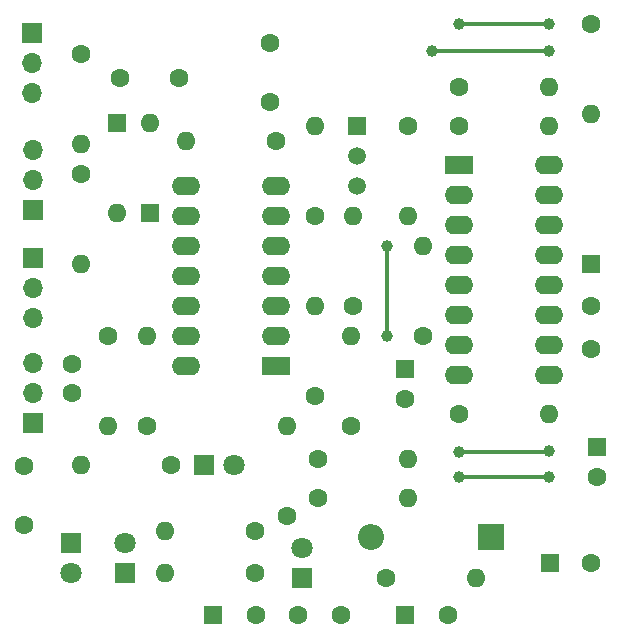
<source format=gbr>
%TF.GenerationSoftware,KiCad,Pcbnew,(6.0.0-0)*%
%TF.CreationDate,2022-01-23T15:20:26+01:00*%
%TF.ProjectId,engineers-thumb,656e6769-6e65-4657-9273-2d7468756d62,rev?*%
%TF.SameCoordinates,Original*%
%TF.FileFunction,Copper,L1,Top*%
%TF.FilePolarity,Positive*%
%FSLAX46Y46*%
G04 Gerber Fmt 4.6, Leading zero omitted, Abs format (unit mm)*
G04 Created by KiCad (PCBNEW (6.0.0-0)) date 2022-01-23 15:20:26*
%MOMM*%
%LPD*%
G01*
G04 APERTURE LIST*
G04 Aperture macros list*
%AMRoundRect*
0 Rectangle with rounded corners*
0 $1 Rounding radius*
0 $2 $3 $4 $5 $6 $7 $8 $9 X,Y pos of 4 corners*
0 Add a 4 corners polygon primitive as box body*
4,1,4,$2,$3,$4,$5,$6,$7,$8,$9,$2,$3,0*
0 Add four circle primitives for the rounded corners*
1,1,$1+$1,$2,$3*
1,1,$1+$1,$4,$5*
1,1,$1+$1,$6,$7*
1,1,$1+$1,$8,$9*
0 Add four rect primitives between the rounded corners*
20,1,$1+$1,$2,$3,$4,$5,0*
20,1,$1+$1,$4,$5,$6,$7,0*
20,1,$1+$1,$6,$7,$8,$9,0*
20,1,$1+$1,$8,$9,$2,$3,0*%
G04 Aperture macros list end*
%TA.AperFunction,ComponentPad*%
%ADD10R,1.600000X1.600000*%
%TD*%
%TA.AperFunction,ComponentPad*%
%ADD11C,1.600000*%
%TD*%
%TA.AperFunction,ComponentPad*%
%ADD12O,1.600000X1.600000*%
%TD*%
%TA.AperFunction,ComponentPad*%
%ADD13R,1.800000X1.800000*%
%TD*%
%TA.AperFunction,ComponentPad*%
%ADD14C,1.800000*%
%TD*%
%TA.AperFunction,ComponentPad*%
%ADD15R,1.700000X1.700000*%
%TD*%
%TA.AperFunction,ComponentPad*%
%ADD16O,1.700000X1.700000*%
%TD*%
%TA.AperFunction,ComponentPad*%
%ADD17RoundRect,0.250000X-0.550000X-0.550000X0.550000X-0.550000X0.550000X0.550000X-0.550000X0.550000X0*%
%TD*%
%TA.AperFunction,ComponentPad*%
%ADD18RoundRect,0.250000X-0.550000X0.550000X-0.550000X-0.550000X0.550000X-0.550000X0.550000X0.550000X0*%
%TD*%
%TA.AperFunction,ComponentPad*%
%ADD19C,1.500000*%
%TD*%
%TA.AperFunction,ComponentPad*%
%ADD20R,1.500000X1.500000*%
%TD*%
%TA.AperFunction,ComponentPad*%
%ADD21R,2.200000X2.200000*%
%TD*%
%TA.AperFunction,ComponentPad*%
%ADD22O,2.200000X2.200000*%
%TD*%
%TA.AperFunction,ComponentPad*%
%ADD23R,2.400000X1.600000*%
%TD*%
%TA.AperFunction,ComponentPad*%
%ADD24O,2.400000X1.600000*%
%TD*%
%TA.AperFunction,ViaPad*%
%ADD25C,1.000000*%
%TD*%
%TA.AperFunction,Conductor*%
%ADD26C,0.304800*%
%TD*%
G04 APERTURE END LIST*
D10*
%TO.P,C1,1*%
%TO.N,+9V*%
X246182000Y-104775000D03*
D11*
%TO.P,C1,2*%
%TO.N,GND*%
X249682000Y-104775000D03*
%TD*%
%TO.P,R20,1*%
%TO.N,Net-(D7-Pad2)*%
X223901000Y-100838000D03*
D12*
%TO.P,R20,2*%
%TO.N,+9V*%
X223901000Y-93218000D03*
%TD*%
D13*
%TO.P,D7,1,K*%
%TO.N,SWITCH*%
X225171000Y-106050000D03*
D14*
%TO.P,D7,2,A*%
%TO.N,Net-(D7-Pad2)*%
X225171000Y-103510000D03*
%TD*%
D15*
%TO.P,RV3,1,1*%
%TO.N,Net-(R7-Pad1)*%
X202311000Y-59944000D03*
D16*
%TO.P,RV3,2,2*%
%TO.N,Net-(C5-Pad1)*%
X202311000Y-62484000D03*
%TO.P,RV3,3,3*%
X202311000Y-65024000D03*
%TD*%
D17*
%TO.P,J2,1,Pin_1*%
%TO.N,INPUT*%
X217678000Y-109220000D03*
D11*
%TO.P,J2,2,Pin_2*%
%TO.N,GND*%
X221278000Y-109220000D03*
%TO.P,J2,3,Pin_3*%
%TO.N,SWITCH*%
X224878000Y-109220000D03*
%TO.P,J2,4,Pin_4*%
%TO.N,OUTPUT*%
X228478000Y-109220000D03*
%TD*%
D17*
%TO.P,J1,1,Pin_1*%
%TO.N,PWR*%
X233934000Y-109220000D03*
D11*
%TO.P,J1,2,Pin_2*%
%TO.N,GND*%
X237534000Y-109220000D03*
%TD*%
D12*
%TO.P,R14,2*%
%TO.N,/fb_send*%
X249682000Y-66802000D03*
D11*
%TO.P,R14,1*%
%TO.N,/amplified*%
X249682000Y-59182000D03*
%TD*%
D18*
%TO.P,RV5,1,1*%
%TO.N,+4.5V*%
X249682000Y-79458000D03*
D11*
%TO.P,RV5,2,2*%
%TO.N,Net-(RV5-Pad2)*%
X249682000Y-83058000D03*
%TO.P,RV5,3,3*%
%TO.N,/amplified*%
X249682000Y-86658000D03*
%TD*%
D19*
%TO.P,Q1,2,B*%
%TO.N,Net-(Q1-Pad2)*%
X229870000Y-70358000D03*
%TO.P,Q1,3,E*%
%TO.N,Net-(Q1-Pad3)*%
X229870000Y-72898000D03*
D20*
%TO.P,Q1,1,C*%
%TO.N,Net-(Q1-Pad1)*%
X229870000Y-67818000D03*
%TD*%
D12*
%TO.P,R15,2*%
%TO.N,/fb_send*%
X246126000Y-64516000D03*
D11*
%TO.P,R15,1*%
%TO.N,+4.5V*%
X238506000Y-64516000D03*
%TD*%
%TO.P,C2,2*%
%TO.N,Net-(C2-Pad2)*%
X201676000Y-96600000D03*
%TO.P,C2,1*%
%TO.N,Net-(C2-Pad1)*%
X201676000Y-101600000D03*
%TD*%
%TO.P,R6,1*%
%TO.N,/fb_return*%
X208788000Y-85598000D03*
D12*
%TO.P,R6,2*%
%TO.N,Net-(R6-Pad2)*%
X208788000Y-93218000D03*
%TD*%
D15*
%TO.P,RV1,1,1*%
%TO.N,Net-(R4-Pad2)*%
X202438000Y-78994000D03*
D16*
%TO.P,RV1,2,2*%
%TO.N,Net-(RV1-Pad2)*%
X202438000Y-81534000D03*
%TO.P,RV1,3,3*%
%TO.N,Net-(C2-Pad2)*%
X202438000Y-84074000D03*
%TD*%
D15*
%TO.P,RV4,1,1*%
%TO.N,Net-(R8-Pad1)*%
X202438000Y-74930000D03*
D16*
%TO.P,RV4,2,2*%
%TO.N,Net-(C5-Pad1)*%
X202438000Y-72390000D03*
%TO.P,RV4,3,3*%
X202438000Y-69850000D03*
%TD*%
D21*
%TO.P,D1,1,K*%
%TO.N,+9V*%
X241173000Y-102616000D03*
D22*
%TO.P,D1,2,A*%
%TO.N,GND*%
X231013000Y-102616000D03*
%TD*%
D12*
%TO.P,R16,2*%
%TO.N,+4.5V*%
X226314000Y-83058000D03*
D11*
%TO.P,R16,1*%
%TO.N,Net-(D6-Pad2)*%
X226314000Y-90678000D03*
%TD*%
%TO.P,R1,1*%
%TO.N,PWR*%
X232283000Y-106045000D03*
D12*
%TO.P,R1,2*%
%TO.N,+9V*%
X239903000Y-106045000D03*
%TD*%
D11*
%TO.P,R13,1*%
%TO.N,Net-(Q1-Pad1)*%
X234188000Y-67818000D03*
D12*
%TO.P,R13,2*%
%TO.N,Net-(R13-Pad2)*%
X234188000Y-75438000D03*
%TD*%
%TO.P,R12,2*%
%TO.N,GND*%
X235458000Y-77978000D03*
D11*
%TO.P,R12,1*%
%TO.N,Net-(C4-Pad1)*%
X235458000Y-85598000D03*
%TD*%
D12*
%TO.P,R17,2*%
%TO.N,Net-(Q1-Pad3)*%
X229489000Y-75438000D03*
D11*
%TO.P,R17,1*%
%TO.N,+4.5V*%
X229489000Y-83058000D03*
%TD*%
D10*
%TO.P,C7,1*%
%TO.N,Net-(C7-Pad1)*%
X250190000Y-94996000D03*
D11*
%TO.P,C7,2*%
%TO.N,Net-(C7-Pad2)*%
X250190000Y-97496000D03*
%TD*%
%TO.P,R3,1*%
%TO.N,INPUT*%
X221234000Y-102108000D03*
D12*
%TO.P,R3,2*%
%TO.N,Net-(C2-Pad1)*%
X213614000Y-102108000D03*
%TD*%
D11*
%TO.P,R8,1*%
%TO.N,Net-(R8-Pad1)*%
X206502000Y-71882000D03*
D12*
%TO.P,R8,2*%
%TO.N,Net-(D5-Pad2)*%
X206502000Y-79502000D03*
%TD*%
D13*
%TO.P,D6,1,K*%
%TO.N,+4.5V*%
X216916000Y-96520000D03*
D14*
%TO.P,D6,2,A*%
%TO.N,Net-(D6-Pad2)*%
X219456000Y-96520000D03*
%TD*%
D11*
%TO.P,R22,1*%
%TO.N,OUTPUT*%
X226568000Y-96012000D03*
D12*
%TO.P,R22,2*%
%TO.N,Net-(C7-Pad2)*%
X234188000Y-96012000D03*
%TD*%
%TO.P,R19,2*%
%TO.N,Net-(C7-Pad1)*%
X246126000Y-92202000D03*
D11*
%TO.P,R19,1*%
%TO.N,GND*%
X238506000Y-92202000D03*
%TD*%
D12*
%TO.P,R9,2*%
%TO.N,Net-(R9-Pad2)*%
X246126000Y-67818000D03*
D11*
%TO.P,R9,1*%
%TO.N,Net-(Q1-Pad1)*%
X238506000Y-67818000D03*
%TD*%
D13*
%TO.P,D3,1,K*%
%TO.N,GND*%
X210185000Y-105664000D03*
D14*
%TO.P,D3,2,A*%
%TO.N,Net-(C2-Pad1)*%
X210185000Y-103124000D03*
%TD*%
D11*
%TO.P,R5,1*%
%TO.N,GND*%
X212090000Y-93218000D03*
D12*
%TO.P,R5,2*%
%TO.N,/fb_return*%
X212090000Y-85598000D03*
%TD*%
D11*
%TO.P,R10,1*%
%TO.N,Net-(C6-Pad1)*%
X223012000Y-69088000D03*
D12*
%TO.P,R10,2*%
%TO.N,Net-(C5-Pad1)*%
X215392000Y-69088000D03*
%TD*%
D11*
%TO.P,R2,1*%
%TO.N,INPUT*%
X221234000Y-105664000D03*
D12*
%TO.P,R2,2*%
%TO.N,GND*%
X213614000Y-105664000D03*
%TD*%
D11*
%TO.P,R21,1*%
%TO.N,GND*%
X226568000Y-99314000D03*
D12*
%TO.P,R21,2*%
%TO.N,Net-(C7-Pad2)*%
X234188000Y-99314000D03*
%TD*%
D10*
%TO.P,C4,1*%
%TO.N,Net-(C4-Pad1)*%
X233934000Y-88392000D03*
D11*
%TO.P,C4,2*%
%TO.N,GND*%
X233934000Y-90892000D03*
%TD*%
%TO.P,R18,1*%
%TO.N,Net-(Q1-Pad3)*%
X226314000Y-75438000D03*
D12*
%TO.P,R18,2*%
%TO.N,Net-(Q1-Pad1)*%
X226314000Y-67818000D03*
%TD*%
D10*
%TO.P,D4,1,K*%
%TO.N,Net-(D4-Pad1)*%
X212344000Y-75184000D03*
D12*
%TO.P,D4,2,A*%
%TO.N,Net-(D4-Pad2)*%
X212344000Y-67564000D03*
%TD*%
%TO.P,R11,2*%
%TO.N,Net-(C4-Pad1)*%
X229362000Y-85598000D03*
D11*
%TO.P,R11,1*%
%TO.N,+9V*%
X229362000Y-93218000D03*
%TD*%
%TO.P,C5,1*%
%TO.N,Net-(C5-Pad1)*%
X209804000Y-63754000D03*
%TO.P,C5,2*%
%TO.N,GND*%
X214804000Y-63754000D03*
%TD*%
D14*
%TO.P,D2,2,A*%
%TO.N,GND*%
X205613000Y-105664000D03*
D13*
%TO.P,D2,1,K*%
%TO.N,Net-(C2-Pad1)*%
X205613000Y-103124000D03*
%TD*%
D11*
%TO.P,C3,1*%
%TO.N,/fb_return*%
X205740000Y-87924000D03*
%TO.P,C3,2*%
%TO.N,/amplified*%
X205740000Y-90424000D03*
%TD*%
%TO.P,R7,1*%
%TO.N,Net-(R7-Pad1)*%
X206502000Y-61722000D03*
D12*
%TO.P,R7,2*%
%TO.N,Net-(D4-Pad1)*%
X206502000Y-69342000D03*
%TD*%
D15*
%TO.P,RV2,1,1*%
%TO.N,Net-(R6-Pad2)*%
X202438000Y-92964000D03*
D16*
%TO.P,RV2,2,2*%
%TO.N,/amplified*%
X202438000Y-90424000D03*
%TO.P,RV2,3,3*%
X202438000Y-87884000D03*
%TD*%
D23*
%TO.P,U2,1*%
%TO.N,Net-(D6-Pad2)*%
X223012000Y-88138000D03*
D24*
%TO.P,U2,2,-*%
%TO.N,Net-(C4-Pad1)*%
X223012000Y-85598000D03*
%TO.P,U2,3,+*%
%TO.N,+4.5V*%
X223012000Y-83058000D03*
%TO.P,U2,4,V+*%
%TO.N,+9V*%
X223012000Y-80518000D03*
%TO.P,U2,5,+*%
%TO.N,Net-(C6-Pad1)*%
X223012000Y-77978000D03*
%TO.P,U2,6,-*%
%TO.N,Net-(Q1-Pad3)*%
X223012000Y-75438000D03*
%TO.P,U2,7*%
%TO.N,Net-(Q1-Pad2)*%
X223012000Y-72898000D03*
%TO.P,U2,8*%
%TO.N,Net-(D4-Pad2)*%
X215392000Y-72898000D03*
%TO.P,U2,9,-*%
%TO.N,Net-(D4-Pad1)*%
X215392000Y-75438000D03*
%TO.P,U2,10,+*%
%TO.N,Net-(RV1-Pad2)*%
X215392000Y-77978000D03*
%TO.P,U2,11,V-*%
%TO.N,GND*%
X215392000Y-80518000D03*
%TO.P,U2,12,+*%
%TO.N,Net-(C2-Pad2)*%
X215392000Y-83058000D03*
%TO.P,U2,13,-*%
%TO.N,/fb_return*%
X215392000Y-85598000D03*
%TO.P,U2,14*%
%TO.N,/amplified*%
X215392000Y-88138000D03*
%TD*%
%TO.P,U1,16*%
%TO.N,Net-(R9-Pad2)*%
X246126000Y-71120000D03*
%TO.P,U1,15,DIODE_BIAS*%
%TO.N,unconnected-(U1-Pad15)*%
X246126000Y-73660000D03*
%TO.P,U1,14,+*%
%TO.N,/fb_send*%
X246126000Y-76200000D03*
%TO.P,U1,13,-*%
%TO.N,+4.5V*%
X246126000Y-78740000D03*
%TO.P,U1,12*%
%TO.N,/fb_return*%
X246126000Y-81280000D03*
%TO.P,U1,11,V+*%
%TO.N,+9V*%
X246126000Y-83820000D03*
%TO.P,U1,10*%
%TO.N,Net-(RV5-Pad2)*%
X246126000Y-86360000D03*
%TO.P,U1,9*%
%TO.N,Net-(C7-Pad1)*%
X246126000Y-88900000D03*
%TO.P,U1,8*%
%TO.N,unconnected-(U1-Pad8)*%
X238506000Y-88900000D03*
%TO.P,U1,7*%
%TO.N,unconnected-(U1-Pad7)*%
X238506000Y-86360000D03*
%TO.P,U1,6,V-*%
%TO.N,GND*%
X238506000Y-83820000D03*
%TO.P,U1,5*%
%TO.N,/fb_return*%
X238506000Y-81280000D03*
%TO.P,U1,4,-*%
%TO.N,+4.5V*%
X238506000Y-78740000D03*
%TO.P,U1,3,+*%
%TO.N,/fb_send*%
X238506000Y-76200000D03*
%TO.P,U1,2,DIODE_BIAS*%
%TO.N,unconnected-(U1-Pad2)*%
X238506000Y-73660000D03*
D23*
%TO.P,U1,1*%
%TO.N,Net-(R13-Pad2)*%
X238506000Y-71120000D03*
%TD*%
D11*
%TO.P,C6,1*%
%TO.N,Net-(C6-Pad1)*%
X222504000Y-65786000D03*
%TO.P,C6,2*%
%TO.N,GND*%
X222504000Y-60786000D03*
%TD*%
D10*
%TO.P,D5,1,K*%
%TO.N,Net-(D4-Pad2)*%
X209550000Y-67564000D03*
D12*
%TO.P,D5,2,A*%
%TO.N,Net-(D5-Pad2)*%
X209550000Y-75184000D03*
%TD*%
D11*
%TO.P,R4,1*%
%TO.N,+4.5V*%
X214122000Y-96520000D03*
D12*
%TO.P,R4,2*%
%TO.N,Net-(R4-Pad2)*%
X206502000Y-96520000D03*
%TD*%
D25*
%TO.N,+9V*%
X238506000Y-95377000D03*
X246075000Y-95301000D03*
%TO.N,/fb_return*%
X236220000Y-61468000D03*
X246126000Y-61468000D03*
%TO.N,Net-(C7-Pad2)*%
X238506000Y-97536000D03*
X246126000Y-97536000D03*
%TO.N,+9V*%
X232410000Y-85598000D03*
X232410000Y-77978000D03*
%TO.N,/amplified*%
X238506000Y-59182000D03*
X246126000Y-59182000D03*
%TD*%
D26*
%TO.N,+9V*%
X238506000Y-95377000D02*
X245999000Y-95377000D01*
X245999000Y-95377000D02*
X246075000Y-95301000D01*
%TO.N,/fb_return*%
X236220000Y-61468000D02*
X246126000Y-61468000D01*
%TO.N,/amplified*%
X246126000Y-59182000D02*
X238506000Y-59182000D01*
%TO.N,Net-(C7-Pad2)*%
X246126000Y-97536000D02*
X238506000Y-97536000D01*
%TO.N,+9V*%
X232410000Y-77978000D02*
X232410000Y-85598000D01*
%TD*%
M02*

</source>
